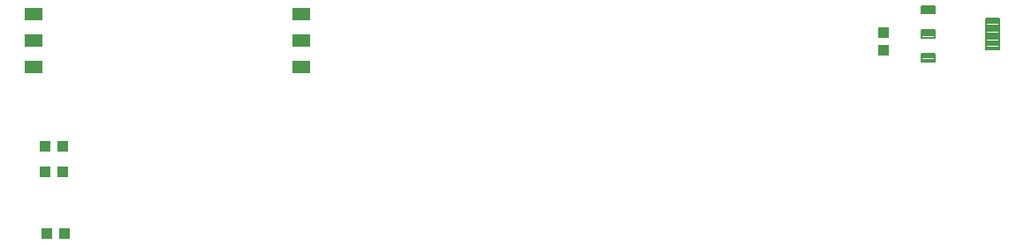
<source format=gbr>
G04 EAGLE Gerber RS-274X export*
G75*
%MOMM*%
%FSLAX34Y34*%
%LPD*%
%INSolderpaste Bottom*%
%IPPOS*%
%AMOC8*
5,1,8,0,0,1.08239X$1,22.5*%
G01*
%ADD10C,0.198000*%
%ADD11C,0.203000*%
%ADD12R,1.000000X1.100000*%
%ADD13R,1.700000X1.300000*%


D10*
X891790Y302190D02*
X891790Y309210D01*
X904310Y309210D01*
X904310Y302190D01*
X891790Y302190D01*
X891790Y304071D02*
X904310Y304071D01*
X904310Y305952D02*
X891790Y305952D01*
X891790Y307833D02*
X904310Y307833D01*
X891790Y325190D02*
X891790Y332210D01*
X904310Y332210D01*
X904310Y325190D01*
X891790Y325190D01*
X891790Y327071D02*
X904310Y327071D01*
X904310Y328952D02*
X891790Y328952D01*
X891790Y330833D02*
X904310Y330833D01*
X891790Y348190D02*
X891790Y355210D01*
X904310Y355210D01*
X904310Y348190D01*
X891790Y348190D01*
X891790Y350071D02*
X904310Y350071D01*
X904310Y351952D02*
X891790Y351952D01*
X891790Y353833D02*
X904310Y353833D01*
D11*
X953315Y343435D02*
X953315Y313965D01*
X953315Y343435D02*
X965785Y343435D01*
X965785Y313965D01*
X953315Y313965D01*
X953315Y315893D02*
X965785Y315893D01*
X965785Y317821D02*
X953315Y317821D01*
X953315Y319749D02*
X965785Y319749D01*
X965785Y321677D02*
X953315Y321677D01*
X953315Y323605D02*
X965785Y323605D01*
X965785Y325533D02*
X953315Y325533D01*
X953315Y327461D02*
X965785Y327461D01*
X965785Y329389D02*
X953315Y329389D01*
X953315Y331317D02*
X965785Y331317D01*
X965785Y333245D02*
X953315Y333245D01*
X953315Y335173D02*
X965785Y335173D01*
X965785Y337101D02*
X953315Y337101D01*
X953315Y339029D02*
X965785Y339029D01*
X965785Y340957D02*
X953315Y340957D01*
X953315Y342885D02*
X965785Y342885D01*
D12*
X855200Y329800D03*
X855200Y312800D03*
X53500Y137000D03*
X70500Y137000D03*
X51500Y196000D03*
X68500Y196000D03*
D13*
X297500Y296850D03*
X297500Y322250D03*
X297500Y347650D03*
X40500Y296850D03*
X40500Y322250D03*
X40500Y347650D03*
D12*
X51500Y221000D03*
X68500Y221000D03*
M02*

</source>
